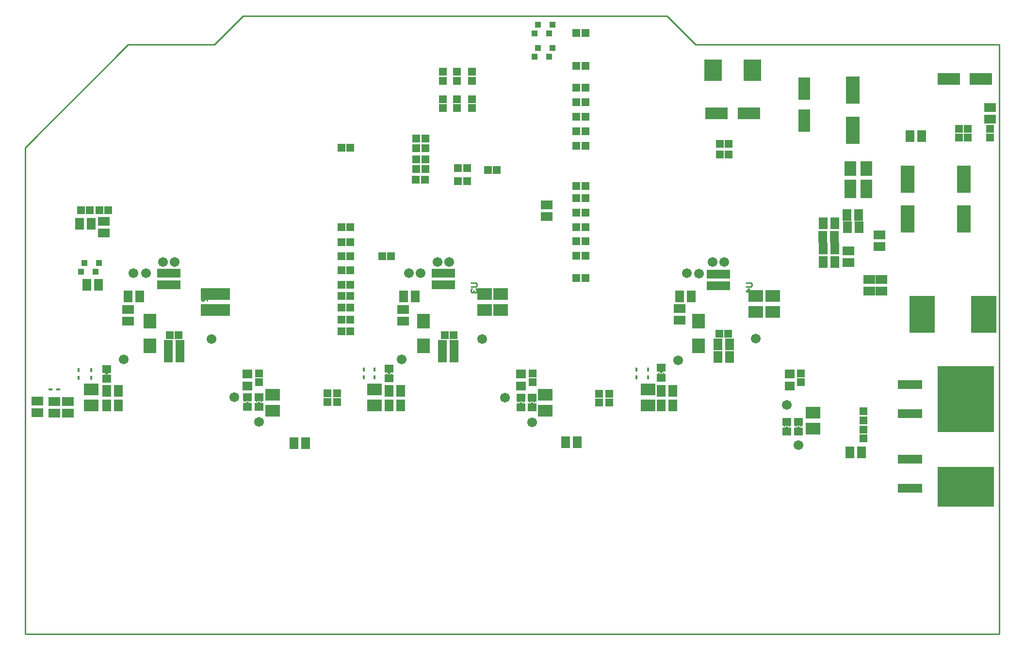
<source format=gtp>
G04*
G04 #@! TF.GenerationSoftware,Altium Limited,Altium Designer,20.1.14 (287)*
G04*
G04 Layer_Color=8421504*
%FSLAX25Y25*%
%MOIN*%
G70*
G04*
G04 #@! TF.SameCoordinates,F236638D-4B1B-45E3-9A0F-FA1DF93A8DFF*
G04*
G04*
G04 #@! TF.FilePolarity,Positive*
G04*
G01*
G75*
%ADD12C,0.01000*%
%ADD18R,0.05347X0.05347*%
%ADD19C,0.06724*%
%ADD20R,0.05347X0.05347*%
%ADD21R,0.03969X0.03969*%
%ADD22R,0.08000X0.06000*%
%ADD23R,0.06000X0.08000*%
%ADD24R,0.01181X0.02559*%
%ADD25R,0.10000X0.08000*%
%ADD26R,0.38600X0.27591*%
%ADD27R,0.16900X0.06300*%
%ADD28R,0.06000X0.05200*%
%ADD29R,0.06724X0.06331*%
%ADD30R,0.15780X0.08299*%
%ADD31R,0.11843X0.14992*%
%ADD32R,0.08299X0.15780*%
%ADD33R,0.09480X0.18535*%
%ADD34R,0.08000X0.10000*%
%ADD35R,0.08299X0.12630*%
%ADD36R,0.02559X0.01181*%
%ADD37R,0.38600X0.45600*%
%ADD38R,0.17748X0.25622*%
%ADD39R,0.09055X0.09843*%
G36*
X438945Y181071D02*
X436945Y179071D01*
X434945Y181071D01*
Y182071D01*
X438945D01*
Y181071D01*
D02*
G37*
G36*
X251988Y180509D02*
X249988Y178509D01*
X247988Y180509D01*
Y181509D01*
X251988D01*
Y180509D01*
D02*
G37*
G36*
X58102Y180214D02*
X56102Y178214D01*
X54102Y180214D01*
Y181214D01*
X58102D01*
Y180214D01*
D02*
G37*
G36*
X438945Y177071D02*
X434945D01*
Y180071D01*
X436945Y178071D01*
X438945Y180071D01*
Y177071D01*
D02*
G37*
G36*
X251988Y176509D02*
X247988D01*
Y179509D01*
X249988Y177509D01*
X251988Y179509D01*
Y176509D01*
D02*
G37*
G36*
X58102Y176214D02*
X54102D01*
Y179214D01*
X56102Y177214D01*
X58102Y179214D01*
Y176214D01*
D02*
G37*
G36*
X162617Y159074D02*
X160617Y161074D01*
X158617Y159074D01*
Y162074D01*
X162617D01*
Y159074D01*
D02*
G37*
G36*
X154712Y159074D02*
X152712Y161074D01*
X150712Y159074D01*
Y162074D01*
X154712D01*
Y159074D01*
D02*
G37*
G36*
X350348Y158846D02*
X348348Y160846D01*
X346348Y158846D01*
Y161846D01*
X350348D01*
Y158846D01*
D02*
G37*
G36*
X342651Y158846D02*
X340651Y160846D01*
X338651Y158846D01*
Y161846D01*
X342651D01*
Y158846D01*
D02*
G37*
G36*
X162617Y158074D02*
Y157074D01*
X158617D01*
Y158074D01*
X160617Y160074D01*
X162617Y158074D01*
D02*
G37*
G36*
X154712Y158074D02*
Y157074D01*
X150712D01*
Y158074D01*
X152712Y160074D01*
X154712Y158074D01*
D02*
G37*
G36*
X350348Y157846D02*
Y156846D01*
X346348D01*
Y157846D01*
X348348Y159846D01*
X350348Y157846D01*
D02*
G37*
G36*
X342651Y157846D02*
Y156846D01*
X338651D01*
Y157846D01*
X340651Y159846D01*
X342651Y157846D01*
D02*
G37*
G36*
X525406Y142178D02*
X523406Y144178D01*
X521406Y142178D01*
Y145178D01*
X525406D01*
Y142178D01*
D02*
G37*
G36*
X533496Y142178D02*
X531496Y144178D01*
X529496Y142178D01*
Y145178D01*
X533496D01*
Y142178D01*
D02*
G37*
G36*
X525406Y141178D02*
Y140178D01*
X521406D01*
Y141178D01*
X523406Y143178D01*
X525406Y141178D01*
D02*
G37*
G36*
X533496Y141178D02*
Y140178D01*
X529496D01*
Y141178D01*
X531496Y143178D01*
X533496Y141178D01*
D02*
G37*
D12*
X0Y0D02*
Y334646D01*
Y0D02*
X669291D01*
Y405512D01*
X460630D02*
X669291D01*
X440945Y425197D02*
X460630Y405512D01*
X149606Y425197D02*
X440945D01*
X129921Y405512D02*
X149606Y425197D01*
X70866Y405512D02*
X129921D01*
X0Y334646D02*
X70866Y405512D01*
X495379Y241472D02*
X498659D01*
X499315Y240816D01*
Y239505D01*
X498659Y238849D01*
X495379D01*
X499315Y235569D02*
X495379D01*
X497347Y237537D01*
Y234913D01*
X306403Y241472D02*
X309683D01*
X310339Y240816D01*
Y239505D01*
X309683Y238849D01*
X306403D01*
X307059Y237537D02*
X306403Y236881D01*
Y235569D01*
X307059Y234913D01*
X307715D01*
X308371Y235569D01*
Y236225D01*
Y235569D01*
X309027Y234913D01*
X309683D01*
X310339Y235569D01*
Y236881D01*
X309683Y237537D01*
X121048Y235772D02*
X124328D01*
X124984Y235116D01*
Y233804D01*
X124328Y233148D01*
X121048D01*
X124984Y229212D02*
Y231836D01*
X122360Y229212D01*
X121704D01*
X121048Y229868D01*
Y231180D01*
X121704Y231836D01*
D18*
X384941Y365865D02*
D03*
X378838D02*
D03*
X384941Y390764D02*
D03*
X378838D02*
D03*
X384941Y308046D02*
D03*
X378838D02*
D03*
X384941Y345903D02*
D03*
X378838D02*
D03*
X217462Y279794D02*
D03*
X223565D02*
D03*
X223565Y232650D02*
D03*
X217462D02*
D03*
X384941Y260012D02*
D03*
X378838D02*
D03*
X384941Y289961D02*
D03*
X378838D02*
D03*
X223523Y334646D02*
D03*
X217421D02*
D03*
X274977Y340952D02*
D03*
X268875D02*
D03*
X268894Y334303D02*
D03*
X274996D02*
D03*
X268893Y326375D02*
D03*
X274996D02*
D03*
X297560Y320427D02*
D03*
X303662D02*
D03*
X303662Y311468D02*
D03*
X297560D02*
D03*
X268902Y319968D02*
D03*
X275004D02*
D03*
X268522Y312443D02*
D03*
X274624D02*
D03*
X38409Y291351D02*
D03*
X44512D02*
D03*
X51109D02*
D03*
X57212D02*
D03*
X483054Y206528D02*
D03*
X476952D02*
D03*
X483366Y329961D02*
D03*
X477264D02*
D03*
X483366Y337189D02*
D03*
X477264D02*
D03*
X223565Y208228D02*
D03*
X217463D02*
D03*
X223565Y216282D02*
D03*
X217462D02*
D03*
X223565Y224496D02*
D03*
X217462D02*
D03*
X223565Y240088D02*
D03*
X217462D02*
D03*
X223565Y250126D02*
D03*
X217462D02*
D03*
X223565Y260009D02*
D03*
X217462D02*
D03*
X223565Y269630D02*
D03*
X217462D02*
D03*
X251536Y260009D02*
D03*
X245433D02*
D03*
X378838Y299833D02*
D03*
X384941D02*
D03*
X378839Y244783D02*
D03*
X384941D02*
D03*
X378838Y279923D02*
D03*
X384941D02*
D03*
X378839Y270018D02*
D03*
X384941D02*
D03*
X378838Y335844D02*
D03*
X384941D02*
D03*
X378838Y355961D02*
D03*
X384941D02*
D03*
X378839Y375961D02*
D03*
X384942D02*
D03*
X378838Y413386D02*
D03*
X384941D02*
D03*
X288274Y205663D02*
D03*
X294376D02*
D03*
X99311Y205663D02*
D03*
X105413D02*
D03*
X318116Y319229D02*
D03*
X324218D02*
D03*
D19*
X283465Y255906D02*
D03*
X291339D02*
D03*
X102631Y255906D02*
D03*
X348348Y145379D02*
D03*
X329824Y162596D02*
D03*
X313976Y202756D02*
D03*
X502047Y203267D02*
D03*
X472457Y255906D02*
D03*
X480315D02*
D03*
X448819Y188237D02*
D03*
X462952Y247969D02*
D03*
X454724Y248031D02*
D03*
X258874Y188976D02*
D03*
X271865Y248032D02*
D03*
X263780D02*
D03*
X127953Y202756D02*
D03*
X67726Y188976D02*
D03*
X94726Y255906D02*
D03*
X82986Y248032D02*
D03*
X74309Y248032D02*
D03*
X531496Y129817D02*
D03*
X523406Y157480D02*
D03*
X160617Y145826D02*
D03*
X143701Y162859D02*
D03*
D20*
X306930Y361824D02*
D03*
Y367927D02*
D03*
X296877Y361824D02*
D03*
Y367927D02*
D03*
X286930Y367927D02*
D03*
Y361824D02*
D03*
X306930Y386754D02*
D03*
Y380652D02*
D03*
X296877Y380652D02*
D03*
Y386754D02*
D03*
X286930Y380652D02*
D03*
Y386754D02*
D03*
X576172Y134495D02*
D03*
Y140597D02*
D03*
X576100Y153014D02*
D03*
Y146912D02*
D03*
X207842Y159449D02*
D03*
Y165551D02*
D03*
X533124Y173099D02*
D03*
Y179202D02*
D03*
X401327Y165323D02*
D03*
Y159221D02*
D03*
X394391Y165324D02*
D03*
Y159221D02*
D03*
X348858Y173228D02*
D03*
Y179331D02*
D03*
X663233Y341517D02*
D03*
Y347619D02*
D03*
X641732Y347539D02*
D03*
Y341437D02*
D03*
X647638D02*
D03*
Y347539D02*
D03*
X160581Y179331D02*
D03*
Y173228D02*
D03*
X214567Y159449D02*
D03*
Y165551D02*
D03*
D21*
X352369Y419118D02*
D03*
X350169Y413118D02*
D03*
X362369Y419118D02*
D03*
X360169Y413118D02*
D03*
X362369Y403168D02*
D03*
X360169Y397168D02*
D03*
X352369Y403168D02*
D03*
X350169Y397168D02*
D03*
X38409Y249220D02*
D03*
X40609Y255220D02*
D03*
X48491Y249220D02*
D03*
X50691Y255220D02*
D03*
D22*
X54161Y276000D02*
D03*
Y284000D02*
D03*
X8472Y152277D02*
D03*
Y160277D02*
D03*
X579969Y243975D02*
D03*
Y235975D02*
D03*
X587210Y266534D02*
D03*
Y274534D02*
D03*
X588516Y235764D02*
D03*
Y243764D02*
D03*
X70866Y215158D02*
D03*
Y223158D02*
D03*
X102631Y248031D02*
D03*
Y240031D02*
D03*
X94726D02*
D03*
Y248031D02*
D03*
X283465Y240031D02*
D03*
Y248031D02*
D03*
X291338Y248031D02*
D03*
Y240032D02*
D03*
X480520Y247447D02*
D03*
Y239447D02*
D03*
X472457D02*
D03*
Y247447D02*
D03*
X663233Y362268D02*
D03*
Y354268D02*
D03*
X29528Y152000D02*
D03*
Y160000D02*
D03*
X20206Y152000D02*
D03*
Y160000D02*
D03*
X565785Y255543D02*
D03*
Y263543D02*
D03*
X358268Y287338D02*
D03*
Y295339D02*
D03*
X449694Y223882D02*
D03*
Y215882D02*
D03*
X259842Y223158D02*
D03*
Y215158D02*
D03*
D23*
X37461Y282126D02*
D03*
X45461D02*
D03*
X50361Y240024D02*
D03*
X42361D02*
D03*
X64000Y167323D02*
D03*
X56000D02*
D03*
X574747Y124815D02*
D03*
X566747D02*
D03*
X548281Y282352D02*
D03*
X556281D02*
D03*
X379569Y131855D02*
D03*
X371569D02*
D03*
X249937Y157284D02*
D03*
X257937D02*
D03*
X250000Y167323D02*
D03*
X258000D02*
D03*
X444945Y157283D02*
D03*
X436945D02*
D03*
X192681Y131101D02*
D03*
X184681D02*
D03*
X98390Y198253D02*
D03*
X106390D02*
D03*
X98390Y190779D02*
D03*
X106390D02*
D03*
X260034Y232283D02*
D03*
X268034D02*
D03*
X449655Y232283D02*
D03*
X457655D02*
D03*
X294899Y198253D02*
D03*
X286899D02*
D03*
X475984Y199175D02*
D03*
X483984D02*
D03*
X608142Y342520D02*
D03*
X616142D02*
D03*
X548281Y265065D02*
D03*
X556281D02*
D03*
X548407Y255906D02*
D03*
X556407D02*
D03*
X556119Y273302D02*
D03*
X548119D02*
D03*
X573037Y279960D02*
D03*
X565037D02*
D03*
X564818Y288176D02*
D03*
X572818D02*
D03*
X436945Y167323D02*
D03*
X444945D02*
D03*
X56000Y157284D02*
D03*
X64000D02*
D03*
X78803Y232283D02*
D03*
X70803D02*
D03*
X483984Y190571D02*
D03*
X475984D02*
D03*
X294843Y190779D02*
D03*
X286843D02*
D03*
D24*
X36777Y176149D02*
D03*
Y181464D02*
D03*
X45417Y176149D02*
D03*
Y181464D02*
D03*
X240064Y176476D02*
D03*
Y181791D02*
D03*
X419945Y176477D02*
D03*
Y181791D02*
D03*
X232598Y176476D02*
D03*
Y181791D02*
D03*
X428150Y181791D02*
D03*
Y176476D02*
D03*
D25*
X541338Y152258D02*
D03*
Y141258D02*
D03*
X428150Y168284D02*
D03*
Y157284D02*
D03*
X357383Y153440D02*
D03*
Y164440D02*
D03*
X240064Y168284D02*
D03*
Y157284D02*
D03*
X135827Y233846D02*
D03*
Y222847D02*
D03*
X125697Y233846D02*
D03*
Y222847D02*
D03*
X326772Y233846D02*
D03*
Y222847D02*
D03*
X315761Y233846D02*
D03*
Y222847D02*
D03*
X513858Y232532D02*
D03*
Y221532D02*
D03*
X502047Y232532D02*
D03*
Y221532D02*
D03*
X45417Y157283D02*
D03*
Y168283D02*
D03*
X170180Y153667D02*
D03*
Y164667D02*
D03*
D26*
X646449Y101241D02*
D03*
D27*
X607956Y120236D02*
D03*
Y100236D02*
D03*
X607956Y151417D02*
D03*
Y171417D02*
D03*
D28*
X436945Y183071D02*
D03*
Y176321D02*
D03*
X340651Y155846D02*
D03*
Y162596D02*
D03*
X348348Y155846D02*
D03*
Y162596D02*
D03*
X249988Y175759D02*
D03*
Y182509D02*
D03*
X523406Y145928D02*
D03*
Y139178D02*
D03*
X56102Y175464D02*
D03*
Y182214D02*
D03*
X531496Y145928D02*
D03*
Y139178D02*
D03*
X160617Y162824D02*
D03*
Y156074D02*
D03*
X152712Y162824D02*
D03*
Y156074D02*
D03*
D29*
X340651Y178709D02*
D03*
Y170442D02*
D03*
X525406Y170442D02*
D03*
Y178710D02*
D03*
X152712Y170442D02*
D03*
Y178709D02*
D03*
D30*
X475197Y358268D02*
D03*
X497244D02*
D03*
X634646Y381890D02*
D03*
X656693D02*
D03*
D31*
X499606Y387795D02*
D03*
X472835D02*
D03*
D32*
X535433Y353150D02*
D03*
Y375197D02*
D03*
D33*
X568898Y374016D02*
D03*
Y346457D02*
D03*
X606299Y285433D02*
D03*
Y312992D02*
D03*
X645129Y285433D02*
D03*
Y312992D02*
D03*
D34*
X578140Y320332D02*
D03*
X567140D02*
D03*
D35*
Y306226D02*
D03*
X578164D02*
D03*
D36*
X17343Y168283D02*
D03*
X22658D02*
D03*
D37*
X646505Y161417D02*
D03*
D38*
X616265Y220000D02*
D03*
X658784D02*
D03*
D39*
X85737Y215262D02*
D03*
Y198333D02*
D03*
X462599Y215157D02*
D03*
Y198228D02*
D03*
X273622Y215158D02*
D03*
Y198228D02*
D03*
M02*

</source>
